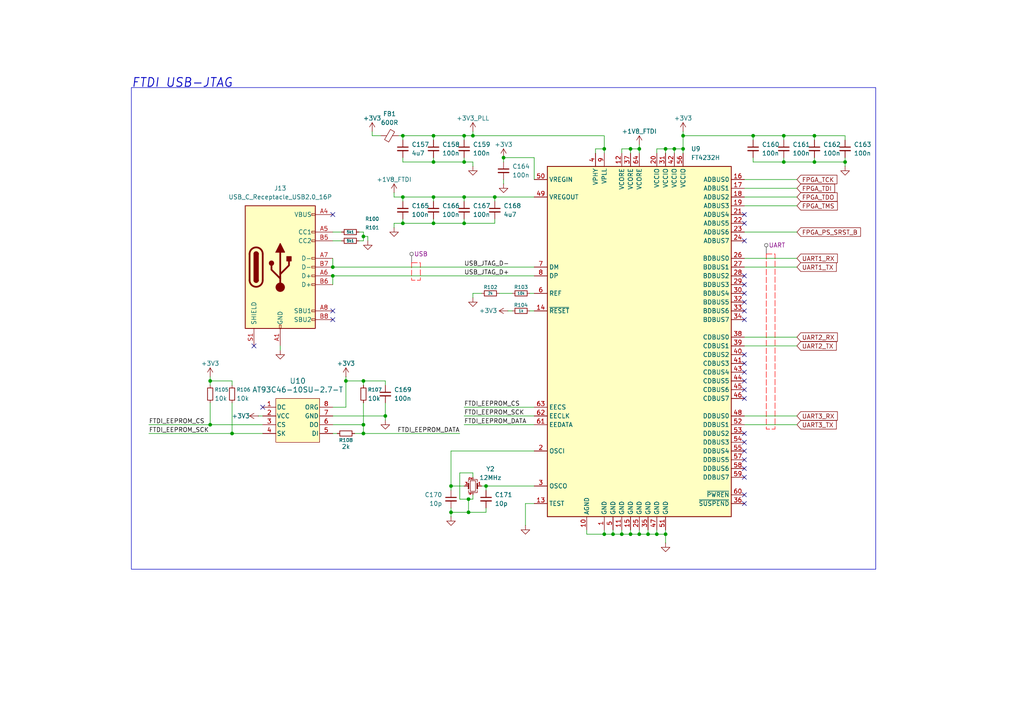
<source format=kicad_sch>
(kicad_sch (version 20250114) (generator "eeschema") (generator_version "9.0")
  (paper "A4")
  (title_block (title "FPGA Zynq7000 Dev Board") (date "2025-07-10") (rev "A"))
  (lib_symbols
    (symbol "Connector:USB_C_Receptacle_USB2.0_16P" (pin_names (offset 1.016))
      (property "Reference" "J" (at 0 22.225 0))
      (property "Value" "USB_C_Receptacle_USB2.0_16P" (at 0 19.685 0))
      (symbol "USB_C_Receptacle_USB2.0_16P_0_0"
        (rectangle (start -0.254 -17.78) (end 0.254 -16.764))
        (rectangle (start 10.16 15.494) (end 9.144 14.986))
        (rectangle (start 10.16 10.414) (end 9.144 9.906))
        (rectangle (start 10.16 7.874) (end 9.144 7.366))
        (rectangle (start 10.16 2.794) (end 9.144 2.286))
        (rectangle (start 10.16 0.254) (end 9.144 -0.254))
        (rectangle (start 10.16 -2.286) (end 9.144 -2.794))
        (rectangle (start 10.16 -4.826) (end 9.144 -5.334))
        (rectangle (start 10.16 -12.446) (end 9.144 -12.954))
        (rectangle (start 10.16 -14.986) (end 9.144 -15.494))
      )
      (symbol "USB_C_Receptacle_USB2.0_16P_0_1"
        (rectangle (start -10.16 17.78) (end 10.16 -17.78) (stroke (width 0.254)) (fill (type background)))
        (polyline (pts (xy -8.89 -3.81) (xy -8.89 3.81)) (stroke (width 0.508)))
        (rectangle (start -7.62 -3.81) (end -6.35 3.81) (stroke (width 0.254)) (fill (type outline)))
        (arc (start -7.62 3.81) (mid -6.985 4.4423) (end -6.35 3.81) (stroke (width 0.254)))
        (arc (start -7.62 3.81) (mid -6.985 4.4423) (end -6.35 3.81) (stroke (width 0.254)) (fill (type outline)))
        (arc (start -8.89 3.81) (mid -6.985 5.7067) (end -5.08 3.81) (stroke (width 0.508)))
        (arc (start -5.08 -3.81) (mid -6.985 -5.7067) (end -8.89 -3.81) (stroke (width 0.508)))
        (arc (start -6.35 -3.81) (mid -6.985 -4.4423) (end -7.62 -3.81) (stroke (width 0.254)))
        (arc (start -6.35 -3.81) (mid -6.985 -4.4423) (end -7.62 -3.81) (stroke (width 0.254)) (fill (type outline)))
        (polyline (pts (xy -5.08 3.81) (xy -5.08 -3.81)) (stroke (width 0.508)))
        (circle (center -2.54 1.143) (radius 0.635) (stroke (width 0.254)) (fill (type outline)))
        (polyline (pts (xy -1.27 4.318) (xy 0 6.858) (xy 1.27 4.318) (xy -1.27 4.318)) (stroke (width 0.254)) (fill (type outline)))
        (polyline (pts (xy 0 -2.032) (xy 2.54 0.508) (xy 2.54 1.778)) (stroke (width 0.508)))
        (polyline (pts (xy 0 -3.302) (xy -2.54 -0.762) (xy -2.54 0.508)) (stroke (width 0.508)))
        (polyline (pts (xy 0 -5.842) (xy 0 4.318)) (stroke (width 0.508)))
        (circle (center 0 -5.842) (radius 1.27) (fill (type outline)))
        (rectangle (start 1.905 1.778) (end 3.175 3.048) (stroke (width 0.254)) (fill (type outline)))
      )
      (symbol "USB_C_Receptacle_USB2.0_16P_1_1"
        (pin passive line (at -7.62 -22.86 90) (length 5.08) (name "SHIELD") (number "S1"))
        (pin passive line (at 0 -22.86 90) (length 5.08) (name "GND") (number "A1"))
        (pin passive line (at 0 -22.86 90) (length 5.08) (hide yes) (name "GND") (number "A12"))
        (pin passive line (at 0 -22.86 90) (length 5.08) (hide yes) (name "GND") (number "B1"))
        (pin passive line (at 0 -22.86 90) (length 5.08) (hide yes) (name "GND") (number "B12"))
        (pin passive line (at 15.24 15.24 180) (length 5.08) (name "VBUS") (number "A4"))
        (pin passive line (at 15.24 15.24 180) (length 5.08) (hide yes) (name "VBUS") (number "A9"))
        (pin passive line (at 15.24 15.24 180) (length 5.08) (hide yes) (name "VBUS") (number "B4"))
        (pin passive line (at 15.24 15.24 180) (length 5.08) (hide yes) (name "VBUS") (number "B9"))
        (pin bidirectional line (at 15.24 10.16 180) (length 5.08) (name "CC1") (number "A5"))
        (pin bidirectional line (at 15.24 7.62 180) (length 5.08) (name "CC2") (number "B5"))
        (pin bidirectional line (at 15.24 2.54 180) (length 5.08) (name "D-") (number "A7"))
        (pin bidirectional line (at 15.24 0 180) (length 5.08) (name "D-") (number "B7"))
        (pin bidirectional line (at 15.24 -2.54 180) (length 5.08) (name "D+") (number "A6"))
        (pin bidirectional line (at 15.24 -5.08 180) (length 5.08) (name "D+") (number "B6"))
        (pin bidirectional line (at 15.24 -12.7 180) (length 5.08) (name "SBU1") (number "A8"))
        (pin bidirectional line (at 15.24 -15.24 180) (length 5.08) (name "SBU2") (number "B8"))
      )
    )
    (symbol "Custom:AT93C46-10SU-2.7-T" (pin_names (offset 0.254))
      (property "Reference" "U" (at 0.508 1.778 0))
      (property "Value" "AT93C46-10SU-2.7-T" (at 5.588 -14.478 0))
      (symbol "AT93C46-10SU-2.7-T_0_1"
        (pin unspecified line (at -3.81 -2.54 0) (length 3.81) (name "DC") (number "1"))
        (pin power_in line (at -3.81 -5.08 0) (length 3.81) (name "VCC") (number "2"))
        (pin unspecified line (at -3.81 -7.62 0) (length 3.81) (name "CS") (number "3"))
        (pin unspecified line (at -3.81 -10.16 0) (length 3.81) (name "SK") (number "4"))
        (pin unspecified line (at 16.51 -2.54 180) (length 3.81) (name "ORG") (number "8"))
        (pin power_out line (at 16.51 -5.08 180) (length 3.81) (name "GND") (number "7"))
        (pin unspecified line (at 16.51 -7.62 180) (length 3.81) (name "DO") (number "6"))
        (pin unspecified line (at 16.51 -10.16 180) (length 3.81) (name "DI") (number "5"))
      )
      (symbol "AT93C46-10SU-2.7-T_1_1"
        (rectangle (start 0 0) (end 12.7 -12.7) (fill (type background)))
      )
    )
    (symbol "Device:C_Small" (pin_numbers (hide yes)) (pin_names (offset 0.254) (hide yes))
      (property "Reference" "C" (at 0.254 1.778 0))
      (property "Value" "C_Small" (at 0.254 -2.032 0))
      (symbol "C_Small_0_1"
        (polyline (pts (xy -1.524 0.508) (xy 1.524 0.508)) (stroke (width 0.3048)))
        (polyline (pts (xy -1.524 -0.508) (xy 1.524 -0.508)) (stroke (width 0.3302)))
      )
      (symbol "C_Small_1_1"
        (pin passive line (at 0 2.54 270) (length 2.032) (name "~") (number "1"))
        (pin passive line (at 0 -2.54 90) (length 2.032) (name "~") (number "2"))
      )
    )
    (symbol "Device:Crystal_GND24_Small" (pin_names (offset 1.016) (hide yes))
      (property "Reference" "Y" (at 1.27 4.445 0))
      (property "Value" "Crystal_GND24_Small" (at 1.27 2.54 0))
      (symbol "Crystal_GND24_Small_0_1"
        (polyline (pts (xy -1.27 1.27) (xy -1.27 1.905) (xy 1.27 1.905) (xy 1.27 1.27)))
        (polyline (pts (xy -1.27 -0.762) (xy -1.27 0.762)) (stroke (width 0.381)))
        (polyline (pts (xy -1.27 -1.27) (xy -1.27 -1.905) (xy 1.27 -1.905) (xy 1.27 -1.27)))
        (rectangle (start -0.762 -1.524) (end 0.762 1.524))
        (polyline (pts (xy 1.27 -0.762) (xy 1.27 0.762)) (stroke (width 0.381)))
      )
      (symbol "Crystal_GND24_Small_1_1"
        (pin passive line (at -2.54 0 0) (length 1.27) (name "1") (number "1"))
        (pin passive line (at 0 2.54 270) (length 0.635) (name "4") (number "4"))
        (pin passive line (at 0 -2.54 90) (length 0.635) (name "2") (number "2"))
        (pin passive line (at 2.54 0 180) (length 1.27) (name "3") (number "3"))
      )
    )
    (symbol "Device:FerriteBead_Small" (pin_numbers (hide yes)) (pin_names (offset 0))
      (property "Reference" "FB" (at 1.905 1.27 0))
      (property "Value" "FerriteBead_Small" (at 1.905 -1.27 0))
      (symbol "FerriteBead_Small_0_1"
        (polyline (pts (xy -1.8288 0.2794) (xy -1.1176 1.4986) (xy 1.8288 -0.2032) (xy 1.1176 -1.4224) (xy -1.8288 0.2794)))
        (polyline (pts (xy 0 0.889) (xy 0 1.2954)))
        (polyline (pts (xy 0 -1.27) (xy 0 -0.7874)))
      )
      (symbol "FerriteBead_Small_1_1"
        (pin passive line (at 0 2.54 270) (length 1.27) (name "~") (number "1"))
        (pin passive line (at 0 -2.54 90) (length 1.27) (name "~") (number "2"))
      )
    )
    (symbol "Device:R_Small" (pin_numbers (hide yes)) (pin_names (offset 0.254) (hide yes))
      (property "Reference" "R" (at 0 0 90))
      (property "Value" "R_Small" (at 1.778 0 90))
      (symbol "R_Small_0_1"
        (rectangle (start -0.762 1.778) (end 0.762 -1.778) (stroke (width 0.2032)))
      )
      (symbol "R_Small_1_1"
        (pin passive line (at 0 2.54 270) (length 0.762) (name "~") (number "1"))
        (pin passive line (at 0 -2.54 90) (length 0.762) (name "~") (number "2"))
      )
    )
    (symbol "Interface_USB:FT4232H"
      (property "Reference" "U" (at -26.67 53.34 0))
      (property "Value" "FT4232H" (at 19.05 53.34 0))
      (symbol "FT4232H_0_1"
        (rectangle (start -26.67 -49.53) (end 26.67 52.07) (stroke (width 0.254)) (fill (type background)))
      )
      (symbol "FT4232H_1_1"
        (pin power_in line (at -30.48 48.26 0) (length 3.81) (name "VREGIN") (number "50"))
        (pin power_out line (at -30.48 43.18 0) (length 3.81) (name "VREGOUT") (number "49"))
        (pin bidirectional line (at -30.48 22.86 0) (length 3.81) (name "DM") (number "7"))
        (pin bidirectional line (at -30.48 20.32 0) (length 3.81) (name "DP") (number "8"))
        (pin input line (at -30.48 15.24 0) (length 3.81) (name "REF") (number "6"))
        (pin input line (at -30.48 10.16 0) (length 3.81) (name "~{RESET}") (number "14"))
        (pin output line (at -30.48 -17.78 0) (length 3.81) (name "EECS") (number "63"))
        (pin output line (at -30.48 -20.32 0) (length 3.81) (name "EECLK") (number "62"))
        (pin bidirectional line (at -30.48 -22.86 0) (length 3.81) (name "EEDATA") (number "61"))
        (pin input line (at -30.48 -30.48 0) (length 3.81) (name "OSCI") (number "2"))
        (pin output line (at -30.48 -40.64 0) (length 3.81) (name "OSCO") (number "3"))
        (pin input line (at -30.48 -45.72 0) (length 3.81) (name "TEST") (number "13"))
        (pin power_in line (at -15.24 -53.34 90) (length 3.81) (name "AGND") (number "10"))
        (pin power_in line (at -12.7 55.88 270) (length 3.81) (name "VPHY") (number "4"))
        (pin power_in line (at -10.16 55.88 270) (length 3.81) (name "VPLL") (number "9"))
        (pin power_in line (at -10.16 -53.34 90) (length 3.81) (name "GND") (number "1"))
        (pin power_in line (at -7.62 -53.34 90) (length 3.81) (name "GND") (number "5"))
        (pin power_in line (at -5.08 55.88 270) (length 3.81) (name "VCORE") (number "12"))
        (pin power_in line (at -5.08 -53.34 90) (length 3.81) (name "GND") (number "11"))
        (pin power_in line (at -2.54 55.88 270) (length 3.81) (name "VCORE") (number "37"))
        (pin power_in line (at -2.54 -53.34 90) (length 3.81) (name "GND") (number "15"))
        (pin power_in line (at 0 55.88 270) (length 3.81) (name "VCORE") (number "64"))
        (pin power_in line (at 0 -53.34 90) (length 3.81) (name "GND") (number "25"))
        (pin power_in line (at 2.54 -53.34 90) (length 3.81) (name "GND") (number "35"))
        (pin power_in line (at 5.08 55.88 270) (length 3.81) (name "VCCIO") (number "20"))
        (pin power_in line (at 5.08 -53.34 90) (length 3.81) (name "GND") (number "47"))
        (pin power_in line (at 7.62 55.88 270) (length 3.81) (name "VCCIO") (number "31"))
        (pin power_in line (at 7.62 -53.34 90) (length 3.81) (name "GND") (number "51"))
        (pin power_in line (at 10.16 55.88 270) (length 3.81) (name "VCCIO") (number "42"))
        (pin power_in line (at 12.7 55.88 270) (length 3.81) (name "VCCIO") (number "56"))
        (pin bidirectional line (at 30.48 48.26 180) (length 3.81) (name "ADBUS0") (number "16"))
        (pin bidirectional line (at 30.48 45.72 180) (length 3.81) (name "ADBUS1") (number "17"))
        (pin bidirectional line (at 30.48 43.18 180) (length 3.81) (name "ADBUS2") (number "18"))
        (pin bidirectional line (at 30.48 40.64 180) (length 3.81) (name "ADBUS3") (number "19"))
        (pin bidirectional line (at 30.48 38.1 180) (length 3.81) (name "ADBUS4") (number "21"))
        (pin bidirectional line (at 30.48 35.56 180) (length 3.81) (name "ADBUS5") (number "22"))
        (pin bidirectional line (at 30.48 33.02 180) (length 3.81) (name "ADBUS6") (number "23"))
        (pin bidirectional line (at 30.48 30.48 180) (length 3.81) (name "ADBUS7") (number "24"))
        (pin bidirectional line (at 30.48 25.4 180) (length 3.81) (name "BDBUS0") (number "26"))
        (pin bidirectional line (at 30.48 22.86 180) (length 3.81) (name "BDBUS1") (number "27"))
        (pin bidirectional line (at 30.48 20.32 180) (length 3.81) (name "BDBUS2") (number "28"))
        (pin bidirectional line (at 30.48 17.78 180) (length 3.81) (name "BDBUS3") (number "29"))
        (pin bidirectional line (at 30.48 15.24 180) (length 3.81) (name "BDBUS4") (number "30"))
        (pin bidirectional line (at 30.48 12.7 180) (length 3.81) (name "BDBUS5") (number "32"))
        (pin bidirectional line (at 30.48 10.16 180) (length 3.81) (name "BDBUS6") (number "33"))
        (pin bidirectional line (at 30.48 7.62 180) (length 3.81) (name "BDBUS7") (number "34"))
        (pin bidirectional line (at 30.48 2.54 180) (length 3.81) (name "CDBUS0") (number "38"))
        (pin bidirectional line (at 30.48 0 180) (length 3.81) (name "CDBUS1") (number "39"))
        (pin bidirectional line (at 30.48 -2.54 180) (length 3.81) (name "CDBUS2") (number "40"))
        (pin bidirectional line (at 30.48 -5.08 180) (length 3.81) (name "CDBUS3") (number "41"))
        (pin bidirectional line (at 30.48 -7.62 180) (length 3.81) (name "CDBUS4") (number "43"))
        (pin bidirectional line (at 30.48 -10.16 180) (length 3.81) (name "CDBUS5") (number "44"))
        (pin bidirectional line (at 30.48 -12.7 180) (length 3.81) (name "CDBUS6") (number "45"))
        (pin bidirectional line (at 30.48 -15.24 180) (length 3.81) (name "CDBUS7") (number "46"))
        (pin bidirectional line (at 30.48 -20.32 180) (length 3.81) (name "DDBUS0") (number "48"))
        (pin bidirectional line (at 30.48 -22.86 180) (length 3.81) (name "DDBUS1") (number "52"))
        (pin bidirectional line (at 30.48 -25.4 180) (length 3.81) (name "DDBUS2") (number "53"))
        (pin bidirectional line (at 30.48 -27.94 180) (length 3.81) (name "DDBUS3") (number "54"))
        (pin bidirectional line (at 30.48 -30.48 180) (length 3.81) (name "DDBUS4") (number "55"))
        (pin bidirectional line (at 30.48 -33.02 180) (length 3.81) (name "DDBUS5") (number "57"))
        (pin bidirectional line (at 30.48 -35.56 180) (length 3.81) (name "DDBUS6") (number "58"))
        (pin bidirectional line (at 30.48 -38.1 180) (length 3.81) (name "DDBUS7") (number "59"))
        (pin output line (at 30.48 -43.18 180) (length 3.81) (name "~{PWREN}") (number "60"))
        (pin output line (at 30.48 -45.72 180) (length 3.81) (name "~{SUSPEND}") (number "36"))
      )
    )
    (symbol "power:+1V8" (power) (pin_numbers (hide yes)) (pin_names (offset 0) (hide yes))
      (property "Value" "+1V8" (at 0 3.556 0))
      (symbol "+1V8_0_1"
        (polyline (pts (xy -0.762 1.27) (xy 0 2.54)))
        (polyline (pts (xy 0 2.54) (xy 0.762 1.27)))
        (polyline (pts (xy 0 0) (xy 0 2.54)))
      )
      (symbol "+1V8_1_1"
        (pin power_in line (at 0 0 90) (length 0) (name "~") (number "1"))
      )
    )
    (symbol "power:+3V3" (power) (pin_numbers (hide yes)) (pin_names (offset 0) (hide yes))
      (property "Value" "+3V3" (at 0 3.556 0))
      (symbol "+3V3_0_1"
        (polyline (pts (xy -0.762 1.27) (xy 0 2.54)))
        (polyline (pts (xy 0 2.54) (xy 0.762 1.27)))
        (polyline (pts (xy 0 0) (xy 0 2.54)))
      )
      (symbol "+3V3_1_1"
        (pin power_in line (at 0 0 90) (length 0) (name "~") (number "1"))
      )
    )
    (symbol "power:GND" (power) (pin_numbers (hide yes)) (pin_names (offset 0) (hide yes))
      (property "Value" "GND" (at 0 -3.81 0))
      (symbol "GND_0_1"
        (polyline (pts (xy 0 0) (xy 0 -1.27) (xy 1.27 -1.27) (xy 0 -2.54) (xy -1.27 -1.27) (xy 0 -1.27)))
      )
      (symbol "GND_1_1"
        (pin power_in line (at 0 0 270) (length 0) (name "~") (number "1"))
      )
    )
  )
  (rectangle (start 38.1 25.4) (end 254 165.1))
  (text "FTDI USB-JTAG" (at 38.1 24.13 0) (effects (font (size 2.54 2.54) (thickness 0.254) (bold yes) (italic yes)) (justify left)))
  (junction (at 96.52 80.01))
  (junction (at 125.73 57.15))
  (junction (at 96.52 77.47))
  (junction (at 135.89 144.78))
  (junction (at 137.16 39.37))
  (junction (at 140.97 140.97))
  (junction (at 143.51 57.15))
  (junction (at 185.42 154.94))
  (junction (at 185.42 43.18))
  (junction (at 175.26 43.18))
  (junction (at 190.5 154.94))
  (junction (at 180.34 154.94))
  (junction (at 125.73 39.37))
  (junction (at 125.73 64.77))
  (junction (at 245.11 46.99))
  (junction (at 116.84 64.77))
  (junction (at 125.73 46.99))
  (junction (at 116.84 57.15))
  (junction (at 227.33 46.99))
  (junction (at 111.76 120.65))
  (junction (at 218.44 39.37))
  (junction (at 175.26 154.94))
  (junction (at 60.96 110.49))
  (junction (at 182.88 154.94))
  (junction (at 135.89 148.59))
  (junction (at 116.84 39.37))
  (junction (at 60.96 123.19))
  (junction (at 130.81 148.59))
  (junction (at 198.12 43.18))
  (junction (at 130.81 140.97))
  (junction (at 105.41 125.73))
  (junction (at 187.96 154.94))
  (junction (at 177.8 154.94))
  (junction (at 146.05 45.72))
  (junction (at 193.04 43.18))
  (junction (at 134.62 46.99))
  (junction (at 193.04 154.94))
  (junction (at 100.33 110.49))
  (junction (at 105.41 110.49))
  (junction (at 134.62 39.37))
  (junction (at 198.12 39.37))
  (junction (at 182.88 43.18))
  (junction (at 105.41 123.19))
  (junction (at 195.58 43.18))
  (junction (at 236.22 39.37))
  (junction (at 134.62 57.15))
  (junction (at 227.33 39.37))
  (junction (at 236.22 46.99))
  (junction (at 67.31 125.73))
  (junction (at 105.41 68.58))
  (junction (at 134.62 64.77))
  (no_connect (at 215.9 115.57))
  (no_connect (at 215.9 113.03))
  (no_connect (at 73.66 100.33))
  (no_connect (at 215.9 82.55))
  (no_connect (at 215.9 105.41))
  (no_connect (at 215.9 62.23))
  (no_connect (at 215.9 143.51))
  (no_connect (at 215.9 130.81))
  (no_connect (at 215.9 69.85))
  (no_connect (at 96.52 92.71))
  (no_connect (at 215.9 146.05))
  (no_connect (at 215.9 107.95))
  (no_connect (at 215.9 102.87))
  (no_connect (at 215.9 135.89))
  (no_connect (at 215.9 85.09))
  (no_connect (at 215.9 110.49))
  (no_connect (at 96.52 90.17))
  (no_connect (at 215.9 133.35))
  (no_connect (at 76.2 118.11))
  (no_connect (at 215.9 87.63))
  (no_connect (at 215.9 92.71))
  (no_connect (at 215.9 80.01))
  (no_connect (at 215.9 125.73))
  (no_connect (at 215.9 90.17))
  (no_connect (at 215.9 64.77))
  (no_connect (at 215.9 128.27))
  (no_connect (at 215.9 138.43))
  (no_connect (at 96.52 62.23))
  (wire (pts (xy 154.94 130.81) (xy 130.81 130.81)))
  (wire (pts (xy 105.41 125.73) (xy 102.87 125.73)))
  (wire (pts (xy 245.11 46.99) (xy 245.11 45.72)))
  (wire (pts (xy 175.26 154.94) (xy 177.8 154.94)))
  (wire (pts (xy 231.14 57.15) (xy 215.9 57.15)))
  (wire (pts (xy 100.33 110.49) (xy 105.41 110.49)))
  (wire (pts (xy 143.51 57.15) (xy 154.94 57.15)))
  (wire (pts (xy 60.96 116.84) (xy 60.96 123.19)))
  (wire (pts (xy 245.11 39.37) (xy 236.22 39.37)))
  (wire (pts (xy 172.72 43.18) (xy 172.72 44.45)))
  (wire (pts (xy 195.58 43.18) (xy 195.58 44.45)))
  (wire (pts (xy 180.34 43.18) (xy 180.34 44.45)))
  (wire (pts (xy 137.16 39.37) (xy 175.26 39.37)))
  (wire (pts (xy 104.14 69.85) (xy 105.41 69.85)))
  (wire (pts (xy 143.51 64.77) (xy 143.51 63.5)))
  (wire (pts (xy 218.44 45.72) (xy 218.44 46.99)))
  (wire (pts (xy 105.41 110.49) (xy 111.76 110.49)))
  (wire (pts (xy 116.84 39.37) (xy 116.84 40.64)))
  (wire (pts (xy 187.96 154.94) (xy 190.5 154.94)))
  (wire (pts (xy 76.2 120.65) (xy 74.93 120.65)))
  (wire (pts (xy 153.67 85.09) (xy 154.94 85.09)))
  (wire (pts (xy 96.52 120.65) (xy 111.76 120.65)))
  (wire (pts (xy 218.44 46.99) (xy 227.33 46.99)))
  (wire (pts (xy 185.42 43.18) (xy 182.88 43.18)))
  (wire (pts (xy 106.68 68.58) (xy 105.41 68.58)))
  (wire (pts (xy 231.14 59.69) (xy 215.9 59.69)))
  (wire (pts (xy 185.42 44.45) (xy 185.42 43.18)))
  (wire (pts (xy 170.18 154.94) (xy 175.26 154.94)))
  (wire (pts (xy 193.04 153.67) (xy 193.04 154.94)))
  (wire (pts (xy 133.35 137.16) (xy 137.16 137.16)))
  (wire (pts (xy 180.34 153.67) (xy 180.34 154.94)))
  (wire (pts (xy 134.62 64.77) (xy 143.51 64.77)))
  (wire (pts (xy 190.5 154.94) (xy 193.04 154.94)))
  (wire (pts (xy 130.81 140.97) (xy 130.81 142.24)))
  (wire (pts (xy 125.73 64.77) (xy 134.62 64.77)))
  (wire (pts (xy 130.81 130.81) (xy 130.81 140.97)))
  (wire (pts (xy 231.14 77.47) (xy 215.9 77.47)))
  (wire (pts (xy 134.62 120.65) (xy 154.94 120.65)))
  (wire (pts (xy 215.9 120.65) (xy 231.14 120.65)))
  (wire (pts (xy 134.62 39.37) (xy 134.62 40.64)))
  (wire (pts (xy 245.11 40.64) (xy 245.11 39.37)))
  (wire (pts (xy 175.26 43.18) (xy 172.72 43.18)))
  (wire (pts (xy 134.62 45.72) (xy 134.62 46.99)))
  (wire (pts (xy 143.51 57.15) (xy 143.51 58.42)))
  (wire (pts (xy 182.88 153.67) (xy 182.88 154.94)))
  (wire (pts (xy 67.31 116.84) (xy 67.31 125.73)))
  (wire (pts (xy 182.88 43.18) (xy 182.88 44.45)))
  (wire (pts (xy 175.26 43.18) (xy 175.26 44.45)))
  (wire (pts (xy 146.05 52.07) (xy 146.05 53.34)))
  (wire (pts (xy 116.84 63.5) (xy 116.84 64.77)))
  (wire (pts (xy 114.3 57.15) (xy 116.84 57.15)))
  (wire (pts (xy 146.05 45.72) (xy 146.05 46.99)))
  (wire (pts (xy 198.12 39.37) (xy 218.44 39.37)))
  (wire (pts (xy 215.9 123.19) (xy 231.14 123.19)))
  (wire (pts (xy 195.58 43.18) (xy 193.04 43.18)))
  (wire (pts (xy 135.89 148.59) (xy 140.97 148.59)))
  (wire (pts (xy 111.76 116.84) (xy 111.76 120.65)))
  (wire (pts (xy 236.22 45.72) (xy 236.22 46.99)))
  (wire (pts (xy 125.73 40.64) (xy 125.73 39.37)))
  (wire (pts (xy 130.81 148.59) (xy 135.89 148.59)))
  (wire (pts (xy 100.33 118.11) (xy 96.52 118.11)))
  (wire (pts (xy 116.84 39.37) (xy 125.73 39.37)))
  (wire (pts (xy 130.81 147.32) (xy 130.81 148.59)))
  (wire (pts (xy 125.73 39.37) (xy 134.62 39.37)))
  (wire (pts (xy 193.04 43.18) (xy 190.5 43.18)))
  (wire (pts (xy 227.33 46.99) (xy 236.22 46.99)))
  (wire (pts (xy 137.16 138.43) (xy 137.16 137.16)))
  (wire (pts (xy 81.28 100.33) (xy 81.28 101.6)))
  (wire (pts (xy 134.62 63.5) (xy 134.62 64.77)))
  (wire (pts (xy 198.12 43.18) (xy 195.58 43.18)))
  (wire (pts (xy 140.97 147.32) (xy 140.97 148.59)))
  (wire (pts (xy 215.9 97.79) (xy 231.14 97.79)))
  (wire (pts (xy 96.52 125.73) (xy 97.79 125.73)))
  (wire (pts (xy 96.52 80.01) (xy 96.52 82.55)))
  (wire (pts (xy 67.31 125.73) (xy 76.2 125.73)))
  (wire (pts (xy 134.62 118.11) (xy 154.94 118.11)))
  (wire (pts (xy 105.41 125.73) (xy 133.35 125.73)))
  (wire (pts (xy 107.95 38.1) (xy 107.95 39.37)))
  (wire (pts (xy 182.88 154.94) (xy 185.42 154.94)))
  (wire (pts (xy 115.57 39.37) (xy 116.84 39.37)))
  (wire (pts (xy 135.89 144.78) (xy 135.89 148.59)))
  (wire (pts (xy 96.52 123.19) (xy 105.41 123.19)))
  (wire (pts (xy 125.73 57.15) (xy 125.73 58.42)))
  (wire (pts (xy 185.42 153.67) (xy 185.42 154.94)))
  (wire (pts (xy 231.14 74.93) (xy 215.9 74.93)))
  (wire (pts (xy 137.16 143.51) (xy 137.16 144.78)))
  (wire (pts (xy 193.04 43.18) (xy 193.04 44.45)))
  (wire (pts (xy 144.78 85.09) (xy 148.59 85.09)))
  (wire (pts (xy 104.14 67.31) (xy 105.41 67.31)))
  (wire (pts (xy 111.76 110.49) (xy 111.76 111.76)))
  (wire (pts (xy 96.52 77.47) (xy 154.94 77.47)))
  (wire (pts (xy 60.96 123.19) (xy 76.2 123.19)))
  (wire (pts (xy 140.97 140.97) (xy 154.94 140.97)))
  (wire (pts (xy 67.31 110.49) (xy 67.31 111.76)))
  (wire (pts (xy 137.16 46.99) (xy 137.16 48.26)))
  (wire (pts (xy 133.35 137.16) (xy 133.35 144.78)))
  (wire (pts (xy 125.73 57.15) (xy 134.62 57.15)))
  (wire (pts (xy 236.22 46.99) (xy 245.11 46.99)))
  (wire (pts (xy 153.67 90.17) (xy 154.94 90.17)))
  (wire (pts (xy 236.22 39.37) (xy 227.33 39.37)))
  (wire (pts (xy 60.96 110.49) (xy 67.31 110.49)))
  (wire (pts (xy 187.96 153.67) (xy 187.96 154.94)))
  (wire (pts (xy 96.52 74.93) (xy 96.52 77.47)))
  (wire (pts (xy 116.84 64.77) (xy 125.73 64.77)))
  (wire (pts (xy 137.16 86.36) (xy 137.16 85.09)))
  (wire (pts (xy 96.52 69.85) (xy 99.06 69.85)))
  (wire (pts (xy 105.41 68.58) (xy 105.41 67.31)))
  (wire (pts (xy 227.33 40.64) (xy 227.33 39.37)))
  (wire (pts (xy 134.62 57.15) (xy 143.51 57.15)))
  (wire (pts (xy 116.84 46.99) (xy 116.84 45.72)))
  (wire (pts (xy 134.62 57.15) (xy 134.62 58.42)))
  (wire (pts (xy 105.41 110.49) (xy 105.41 111.76)))
  (wire (pts (xy 60.96 109.22) (xy 60.96 110.49)))
  (wire (pts (xy 111.76 120.65) (xy 111.76 121.92)))
  (wire (pts (xy 43.18 125.73) (xy 67.31 125.73)))
  (wire (pts (xy 125.73 45.72) (xy 125.73 46.99)))
  (wire (pts (xy 190.5 44.45) (xy 190.5 43.18)))
  (wire (pts (xy 177.8 154.94) (xy 180.34 154.94)))
  (wire (pts (xy 198.12 39.37) (xy 198.12 43.18)))
  (wire (pts (xy 190.5 153.67) (xy 190.5 154.94)))
  (wire (pts (xy 231.14 54.61) (xy 215.9 54.61)))
  (wire (pts (xy 227.33 45.72) (xy 227.33 46.99)))
  (wire (pts (xy 175.26 39.37) (xy 175.26 43.18)))
  (wire (pts (xy 60.96 110.49) (xy 60.96 111.76)))
  (wire (pts (xy 154.94 45.72) (xy 154.94 52.07)))
  (wire (pts (xy 139.7 140.97) (xy 140.97 140.97)))
  (wire (pts (xy 185.42 154.94) (xy 187.96 154.94)))
  (wire (pts (xy 107.95 39.37) (xy 110.49 39.37)))
  (wire (pts (xy 134.62 46.99) (xy 125.73 46.99)))
  (wire (pts (xy 152.4 152.4) (xy 152.4 146.05)))
  (wire (pts (xy 180.34 154.94) (xy 182.88 154.94)))
  (wire (pts (xy 218.44 39.37) (xy 227.33 39.37)))
  (wire (pts (xy 236.22 39.37) (xy 236.22 40.64)))
  (wire (pts (xy 231.14 67.31) (xy 215.9 67.31)))
  (wire (pts (xy 116.84 58.42) (xy 116.84 57.15)))
  (wire (pts (xy 137.16 46.99) (xy 134.62 46.99)))
  (wire (pts (xy 100.33 109.22) (xy 100.33 110.49)))
  (wire (pts (xy 137.16 85.09) (xy 139.7 85.09)))
  (wire (pts (xy 105.41 68.58) (xy 105.41 69.85)))
  (wire (pts (xy 137.16 39.37) (xy 137.16 38.1)))
  (wire (pts (xy 245.11 46.99) (xy 245.11 48.26)))
  (wire (pts (xy 193.04 154.94) (xy 193.04 157.48)))
  (wire (pts (xy 130.81 148.59) (xy 130.81 149.86)))
  (wire (pts (xy 152.4 146.05) (xy 154.94 146.05)))
  (wire (pts (xy 100.33 110.49) (xy 100.33 118.11)))
  (wire (pts (xy 135.89 144.78) (xy 137.16 144.78)))
  (wire (pts (xy 170.18 153.67) (xy 170.18 154.94)))
  (wire (pts (xy 175.26 153.67) (xy 175.26 154.94)))
  (wire (pts (xy 96.52 80.01) (xy 154.94 80.01)))
  (wire (pts (xy 133.35 144.78) (xy 135.89 144.78)))
  (wire (pts (xy 185.42 41.91) (xy 185.42 43.18)))
  (wire (pts (xy 125.73 63.5) (xy 125.73 64.77)))
  (wire (pts (xy 134.62 123.19) (xy 154.94 123.19)))
  (wire (pts (xy 182.88 43.18) (xy 180.34 43.18)))
  (wire (pts (xy 147.32 90.17) (xy 148.59 90.17)))
  (wire (pts (xy 154.94 45.72) (xy 146.05 45.72)))
  (wire (pts (xy 130.81 140.97) (xy 134.62 140.97)))
  (wire (pts (xy 116.84 57.15) (xy 125.73 57.15)))
  (wire (pts (xy 137.16 39.37) (xy 134.62 39.37)))
  (wire (pts (xy 105.41 123.19) (xy 105.41 125.73)))
  (wire (pts (xy 198.12 38.1) (xy 198.12 39.37)))
  (wire (pts (xy 198.12 43.18) (xy 198.12 44.45)))
  (wire (pts (xy 231.14 52.07) (xy 215.9 52.07)))
  (wire (pts (xy 106.68 69.85) (xy 106.68 68.58)))
  (wire (pts (xy 140.97 140.97) (xy 140.97 142.24)))
  (wire (pts (xy 114.3 64.77) (xy 116.84 64.77)))
  (wire (pts (xy 96.52 67.31) (xy 99.06 67.31)))
  (wire (pts (xy 114.3 55.88) (xy 114.3 57.15)))
  (wire (pts (xy 43.18 123.19) (xy 60.96 123.19)))
  (wire (pts (xy 105.41 116.84) (xy 105.41 123.19)))
  (wire (pts (xy 215.9 100.33) (xy 231.14 100.33)))
  (wire (pts (xy 177.8 153.67) (xy 177.8 154.94)))
  (wire (pts (xy 114.3 64.77) (xy 114.3 66.04)))
  (wire (pts (xy 218.44 40.64) (xy 218.44 39.37)))
  (wire (pts (xy 116.84 46.99) (xy 125.73 46.99)))
  (label "USB_JTAG_D-" (at 134.62 77.47 0))
  (label "FTDI_EEPROM_SCK" (at 134.62 120.65 0))
  (label "FTDI_EEPROM_DATA" (at 134.62 123.19 0))
  (label "USB_JTAG_D+" (at 134.62 80.01 0))
  (label "FTDI_EEPROM_SCK" (at 43.18 125.73 0))
  (label "FTDI_EEPROM_DATA" (at 133.35 125.73 180))
  (label "FTDI_EEPROM_CS" (at 134.62 118.11 0))
  (label "FTDI_EEPROM_CS" (at 43.18 123.19 0))
  (global_label "FPGA_TDO" (shape input) (at 231.14 57.15 0) (property "Intersheetrefs" "${INTERSHEET_REFS}" (effects (hide yes))))
  (global_label "FPGA_PS_SRST_B" (shape input) (at 231.14 67.31 0) (property "Intersheetrefs" "${INTERSHEET_REFS}" (effects (hide yes))))
  (global_label "UART1_TX" (shape input) (at 231.14 77.47 0) (property "Intersheetrefs" "${INTERSHEET_REFS}" (effects (hide yes))))
  (global_label "UART2_TX" (shape input) (at 231.14 100.33 0) (property "Intersheetrefs" "${INTERSHEET_REFS}" (effects (hide yes))))
  (global_label "UART1_RX" (shape input) (at 231.14 74.93 0) (property "Intersheetrefs" "${INTERSHEET_REFS}" (effects (hide yes))))
  (global_label "UART3_TX" (shape input) (at 231.14 123.19 0) (property "Intersheetrefs" "${INTERSHEET_REFS}" (effects (hide yes))))
  (global_label "UART3_RX" (shape input) (at 231.14 120.65 0) (property "Intersheetrefs" "${INTERSHEET_REFS}" (effects (hide yes))))
  (global_label "FPGA_TDI" (shape input) (at 231.14 54.61 0) (property "Intersheetrefs" "${INTERSHEET_REFS}" (effects (hide yes))))
  (global_label "UART2_RX" (shape input) (at 231.14 97.79 0) (property "Intersheetrefs" "${INTERSHEET_REFS}" (effects (hide yes))))
  (global_label "FPGA_TCK" (shape input) (at 231.14 52.07 0) (property "Intersheetrefs" "${INTERSHEET_REFS}" (effects (hide yes))))
  (global_label "FPGA_TMS" (shape input) (at 231.14 59.69 0) (property "Intersheetrefs" "${INTERSHEET_REFS}" (effects (hide yes))))
  (rule_area (polyline (pts (xy 222.25 73.66) (xy 224.79 73.66) (xy 224.79 124.46) (xy 222.25 124.46)) (stroke (width 0) (type dash))))
  (rule_area (polyline (pts (xy 119.38 76.2) (xy 121.92 76.2) (xy 121.92 81.28) (xy 119.38 81.28)) (stroke (width 0) (type dash))))
  (netclass_flag "" (length 2.54) (shape round) (at 222.25 73.66 0) (property "Netclass" "UART" (at 222.9485 71.12 0) (effects (justify left))))
  (netclass_flag "" (length 2.54) (shape round) (at 119.38 76.2 0) (property "Netclass" "USB" (at 120.0785 73.66 0) (effects (justify left))))
  (symbol (lib_id "Device:R_Small") (at 100.33 125.73 270) (unit 1)
    (property "Reference" "R108" (at 100.3413 127.6689 90) (effects (font (size 1.016 1.016))))
    (property "Value" "2k" (at 100.33 129.54 90))
    (property "Footprint" "Resistor_SMD:R_0402_1005Metric" (effects (hide yes)))
    (property "Description" "Resistor, small symbol" (effects (hide yes)))
  )
  (symbol (lib_id "power:GND") (at 193.04 157.48 0) (unit 1)
    (property "Reference" "#PWR0236" (effects (hide yes)))
    (property "Value" "GND" (effects (hide yes)))
    (property "Description" "Power symbol creates a global label with name \"GND\" , ground" (effects (hide yes)))
  )
  (symbol (lib_id "power:GND") (at 137.16 48.26 0) (unit 1)
    (property "Reference" "#PWR0218" (effects (hide yes)))
    (property "Value" "GND" (effects (hide yes)))
    (property "Description" "Power symbol creates a global label with name \"GND\" , ground" (effects (hide yes)))
  )
  (symbol (lib_id "power:+1V8") (at 146.05 45.72 0) (unit 1)
    (property "Reference" "#PWR0222" (effects (hide yes)))
    (property "Value" "+3V3" (at 146.05 41.91 0))
    (property "Description" "Power symbol creates a global label with name \"+1V8\"" (effects (hide yes)))
  )
  (symbol (lib_id "Device:R_Small") (at 142.24 85.09 270) (unit 1)
    (property "Reference" "R102" (at 142.2665 83.31 90) (effects (font (size 1.016 1.016))))
    (property "Value" "2k" (at 142.24 85.09 90) (effects (font (size 0.762 0.762))))
    (property "Footprint" "Resistor_SMD:R_0402_1005Metric" (effects (hide yes)))
    (property "Description" "Resistor, small symbol" (effects (hide yes)))
  )
  (symbol (lib_id "Device:C_Small") (at 140.97 144.78 0) (unit 1)
    (property "Reference" "C171" (at 143.51 143.5162 0) (effects (justify left)))
    (property "Value" "10p" (at 143.51 146.0562 0) (effects (justify left)))
    (property "Footprint" "Capacitor_SMD:C_0402_1005Metric" (effects (hide yes)))
    (property "Description" "Unpolarized capacitor, small symbol" (effects (hide yes)))
  )
  (symbol (lib_id "power:GND") (at 81.28 101.6 0) (unit 1)
    (property "Reference" "#PWR0229" (effects (hide yes)))
    (property "Value" "GND" (effects (hide yes)))
    (property "Description" "Power symbol creates a global label with name \"GND\" , ground" (effects (hide yes)))
  )
  (symbol (lib_id "power:GND") (at 114.3 66.04 0) (unit 1)
    (property "Reference" "#PWR0225" (effects (hide yes)))
    (property "Value" "GND" (effects (hide yes)))
    (property "Description" "Power symbol creates a global label with name \"GND\" , ground" (effects (hide yes)))
  )
  (symbol (lib_id "Device:R_Small") (at 101.6 69.85 90) (unit 1)
    (property "Reference" "R101" (at 107.95 66.04 90) (effects (font (size 1.016 1.016))))
    (property "Value" "5k1" (at 101.6 69.85 90) (effects (font (size 0.762 0.762))))
    (property "Footprint" "Resistor_SMD:R_0402_1005Metric" (effects (hide yes)))
    (property "Description" "Resistor, small symbol" (effects (hide yes)))
  )
  (symbol (lib_id "Device:C_Small") (at 130.81 144.78 0) (mirror y) (unit 1)
    (property "Reference" "C170" (at 128.27 143.5162 0) (effects (justify left)))
    (property "Value" "10p" (at 128.27 146.0562 0) (effects (justify left)))
    (property "Footprint" "Capacitor_SMD:C_0402_1005Metric" (effects (hide yes)))
    (property "Description" "Unpolarized capacitor, small symbol" (effects (hide yes)))
  )
  (symbol (lib_id "Device:C_Small") (at 227.33 43.18 0) (unit 1)
    (property "Reference" "C161" (at 229.87 41.9162 0) (effects (justify left)))
    (property "Value" "100n" (at 229.87 44.4562 0) (effects (justify left)))
    (property "Footprint" "Capacitor_SMD:C_0402_1005Metric" (effects (hide yes)))
    (property "Description" "Unpolarized capacitor, small symbol" (effects (hide yes)))
  )
  (symbol (lib_id "Device:FerriteBead_Small") (at 113.03 39.37 90) (unit 1)
    (property "Reference" "FB1" (at 112.9919 33.02 90))
    (property "Value" "600R" (at 112.9919 35.56 90))
    (property "Footprint" "Inductor_SMD:L_0603_1608Metric" (effects (hide yes)))
    (property "Description" "Ferrite bead, small symbol" (effects (hide yes)))
  )
  (symbol (lib_id "Custom:AT93C46-10SU-2.7-T") (at 80.01 115.57 0) (unit 1)
    (property "Reference" "U10" (at 86.36 110.49 0) (effects (font (size 1.524 1.524))))
    (property "Value" "AT93C46-10SU-2.7-T" (at 86.36 113.03 0) (effects (font (size 1.524 1.524))))
    (property "Footprint" "Custom:SOIC8_4P9X3P9MC_MCH" (effects (hide yes)))
    (property "Datasheet" "AT93C46-10SU-2.7-T" (effects (hide yes)))
  )
  (symbol (lib_id "Connector:USB_C_Receptacle_USB2.0_16P") (at 81.28 77.47 0) (unit 1)
    (property "Reference" "J13" (at 81.28 54.61 0))
    (property "Value" "USB_C_Receptacle_USB2.0_16P" (at 81.28 57.15 0))
    (property "Footprint" "Connector_USB:USB_C_Receptacle_GCT_USB4105-xx-A_16P_TopMnt_Horizontal" (effects (hide yes)))
    (property "Datasheet" "https://www.usb.org/sites/default/files/documents/usb_type-c.zip" (effects (hide yes)))
    (property "Description" "USB 2.0-only 16P Type-C Receptacle connector" (effects (hide yes)))
  )
  (symbol (lib_id "Device:R_Small") (at 151.13 85.09 270) (unit 1)
    (property "Reference" "R103" (at 151.1298 83.2759 90) (effects (font (size 1.016 1.016))))
    (property "Value" "10k" (at 151.13 85.09 90) (effects (font (size 0.762 0.762))))
    (property "Footprint" "Resistor_SMD:R_0402_1005Metric" (effects (hide yes)))
    (property "Description" "Resistor, small symbol" (effects (hide yes)))
  )
  (symbol (lib_id "Device:R_Small") (at 105.41 114.3 0) (unit 1)
    (property "Reference" "R107" (at 106.68 113.03 0) (effects (font (size 1.016 1.016)) (justify left)))
    (property "Value" "10k" (at 106.68 115.5699 0) (effects (justify left)))
    (property "Footprint" "Resistor_SMD:R_0402_1005Metric" (effects (hide yes)))
    (property "Description" "Resistor, small symbol" (effects (hide yes)))
  )
  (symbol (lib_id "Device:C_Small") (at 116.84 60.96 0) (unit 1)
    (property "Reference" "C165" (at 119.38 59.6962 0) (effects (justify left)))
    (property "Value" "100n" (at 119.38 62.2362 0) (effects (justify left)))
    (property "Footprint" "Capacitor_SMD:C_0402_1005Metric" (effects (hide yes)))
    (property "Description" "Unpolarized capacitor, small symbol" (effects (hide yes)))
  )
  (symbol (lib_id "power:+1V8") (at 114.3 55.88 0) (unit 1)
    (property "Reference" "#PWR0224" (effects (hide yes)))
    (property "Value" "+1V8_FTDI" (at 114.3 52.07 0))
    (property "Description" "Power symbol creates a global label with name \"+1V8\"" (effects (hide yes)))
  )
  (symbol (lib_id "power:+1V8") (at 137.16 38.1 0) (unit 1)
    (property "Reference" "#PWR0216" (effects (hide yes)))
    (property "Value" "+3V3_PLL" (at 137.16 34.29 0))
    (property "Description" "Power symbol creates a global label with name \"+1V8\"" (effects (hide yes)))
  )
  (symbol (lib_id "Device:C_Small") (at 116.84 43.18 0) (unit 1)
    (property "Reference" "C157" (at 119.38 41.91 0) (effects (justify left)))
    (property "Value" "4u7" (at 119.38 44.45 0) (effects (justify left)))
    (property "Footprint" "Capacitor_SMD:C_0402_1005Metric" (effects (hide yes)))
    (property "Description" "Unpolarized capacitor, small symbol" (effects (hide yes)))
  )
  (symbol (lib_id "power:+3V3") (at 147.32 90.17 90) (unit 1)
    (property "Reference" "#PWR0228" (effects (hide yes)))
    (property "Value" "+3V3" (at 144.233 90.1051 90) (effects (justify left)))
    (property "Description" "Power symbol creates a global label with name \"+3V3\"" (effects (hide yes)))
  )
  (symbol (lib_id "Device:C_Small") (at 218.44 43.18 0) (unit 1)
    (property "Reference" "C160" (at 220.98 41.9162 0) (effects (justify left)))
    (property "Value" "100n" (at 220.98 44.4562 0) (effects (justify left)))
    (property "Footprint" "Capacitor_SMD:C_0402_1005Metric" (effects (hide yes)))
    (property "Description" "Unpolarized capacitor, small symbol" (effects (hide yes)))
  )
  (symbol (lib_id "power:GND") (at 152.4 152.4 0) (unit 1)
    (property "Reference" "#PWR0235" (effects (hide yes)))
    (property "Value" "GND" (effects (hide yes)))
    (property "Description" "Power symbol creates a global label with name \"GND\" , ground" (effects (hide yes)))
  )
  (symbol (lib_id "power:GND") (at 245.11 48.26 0) (unit 1)
    (property "Reference" "#PWR0221" (effects (hide yes)))
    (property "Value" "GND" (effects (hide yes)))
    (property "Description" "Power symbol creates a global label with name \"GND\" , ground" (effects (hide yes)))
  )
  (symbol (lib_id "power:GND") (at 146.05 53.34 0) (unit 1)
    (property "Reference" "#PWR0223" (effects (hide yes)))
    (property "Value" "GND" (effects (hide yes)))
    (property "Description" "Power symbol creates a global label with name \"GND\" , ground" (effects (hide yes)))
  )
  (symbol (lib_id "Device:R_Small") (at 60.96 114.3 0) (unit 1)
    (property "Reference" "R105" (at 62.23 113.03 0) (effects (font (size 1.016 1.016)) (justify left)))
    (property "Value" "10k" (at 62.23 115.5699 0) (effects (justify left)))
    (property "Footprint" "Resistor_SMD:R_0402_1005Metric" (effects (hide yes)))
    (property "Description" "Resistor, small symbol" (effects (hide yes)))
  )
  (symbol (lib_id "Device:C_Small") (at 146.05 49.53 0) (unit 1)
    (property "Reference" "C164" (at 148.59 48.2662 0) (effects (justify left)))
    (property "Value" "100n" (at 148.59 50.8062 0) (effects (justify left)))
    (property "Footprint" "Capacitor_SMD:C_0402_1005Metric" (effects (hide yes)))
    (property "Description" "Unpolarized capacitor, small symbol" (effects (hide yes)))
  )
  (symbol (lib_id "power:+3V3") (at 100.33 109.22 0) (unit 1)
    (property "Reference" "#PWR0231" (effects (hide yes)))
    (property "Value" "+3V3" (at 100.33 105.41 0))
    (property "Description" "Power symbol creates a global label with name \"+3V3\"" (effects (hide yes)))
  )
  (symbol (lib_id "power:+3V3") (at 60.96 109.22 0) (unit 1)
    (property "Reference" "#PWR0230" (effects (hide yes)))
    (property "Value" "+3V3" (at 60.96 105.41 0))
    (property "Description" "Power symbol creates a global label with name \"+3V3\"" (effects (hide yes)))
  )
  (symbol (lib_id "Device:R_Small") (at 151.13 90.17 90) (unit 1)
    (property "Reference" "R104" (at 151.0957 88.4917 90) (effects (font (size 1.016 1.016))))
    (property "Value" "1k" (at 151.13 90.17 90) (effects (font (size 0.762 0.762))))
    (property "Footprint" "Resistor_SMD:R_0402_1005Metric" (effects (hide yes)))
    (property "Description" "Resistor, small symbol" (effects (hide yes)))
  )
  (symbol (lib_id "Device:C_Small") (at 125.73 43.18 0) (unit 1)
    (property "Reference" "C158" (at 128.27 41.91 0) (effects (justify left)))
    (property "Value" "100n" (at 128.27 44.45 0) (effects (justify left)))
    (property "Footprint" "Capacitor_SMD:C_0402_1005Metric" (effects (hide yes)))
    (property "Description" "Unpolarized capacitor, small symbol" (effects (hide yes)))
  )
  (symbol (lib_id "power:+1V8") (at 185.42 41.91 0) (unit 1)
    (property "Reference" "#PWR0220" (effects (hide yes)))
    (property "Value" "+1V8_FTDI" (at 185.42 38.1 0))
    (property "Description" "Power symbol creates a global label with name \"+1V8\"" (effects (hide yes)))
  )
  (symbol (lib_id "Device:C_Small") (at 125.73 60.96 0) (unit 1)
    (property "Reference" "C166" (at 128.27 59.6962 0) (effects (justify left)))
    (property "Value" "100n" (at 128.27 62.2362 0) (effects (justify left)))
    (property "Footprint" "Capacitor_SMD:C_0402_1005Metric" (effects (hide yes)))
    (property "Description" "Unpolarized capacitor, small symbol" (effects (hide yes)))
  )
  (symbol (lib_id "Device:C_Small") (at 111.76 114.3 0) (unit 1)
    (property "Reference" "C169" (at 114.3 113.0362 0) (effects (justify left)))
    (property "Value" "100n" (at 114.3 115.5762 0) (effects (justify left)))
    (property "Footprint" "Capacitor_SMD:C_0402_1005Metric" (effects (hide yes)))
    (property "Description" "Unpolarized capacitor, small symbol" (effects (hide yes)))
  )
  (symbol (lib_id "Device:C_Small") (at 134.62 43.18 0) (unit 1)
    (property "Reference" "C159" (at 137.16 41.91 0) (effects (justify left)))
    (property "Value" "100n" (at 137.16 44.45 0) (effects (justify left)))
    (property "Footprint" "Capacitor_SMD:C_0402_1005Metric" (effects (hide yes)))
    (property "Description" "Unpolarized capacitor, small symbol" (effects (hide yes)))
  )
  (symbol (lib_id "Interface_USB:FT4232H") (at 185.42 100.33 0) (unit 1)
    (property "Reference" "U9" (at 200.4273 43.18 0) (effects (justify left)))
    (property "Value" "FT4232H" (at 200.4273 45.72 0) (effects (justify left)))
    (property "Footprint" "Package_QFP:LQFP-64_10x10mm_P0.5mm" (effects (hide yes)))
    (property "Datasheet" "https://www.ftdichip.com/Support/Documents/DataSheets/ICs/DS_FT4232H.pdf" (effects (hide yes)))
    (property "Description" "Hi Speed Quad Channel USB UART/FIFO, LQFP/QFN-64" (effects (hide yes)))
  )
  (symbol (lib_id "Device:C_Small") (at 236.22 43.18 0) (unit 1)
    (property "Reference" "C162" (at 238.76 41.9162 0) (effects (justify left)))
    (property "Value" "100n" (at 238.76 44.4562 0) (effects (justify left)))
    (property "Footprint" "Capacitor_SMD:C_0402_1005Metric" (effects (hide yes)))
    (property "Description" "Unpolarized capacitor, small symbol" (effects (hide yes)))
  )
  (symbol (lib_id "Device:Crystal_GND24_Small") (at 137.16 140.97 180) (unit 1)
    (property "Reference" "Y2" (at 142.24 136.0168 0))
    (property "Value" "12MHz" (at 142.24 138.5568 0))
    (property "Footprint" "Crystal:Crystal_SMD_3225-4Pin_3.2x2.5mm" (effects (hide yes)))
    (property "Description" "Four pin crystal, GND on pins 2 and 4, small symbol" (effects (hide yes)))
  )
  (symbol (lib_id "power:GND") (at 130.81 149.86 0) (unit 1)
    (property "Reference" "#PWR0234" (effects (hide yes)))
    (property "Value" "GND" (effects (hide yes)))
    (property "Description" "Power symbol creates a global label with name \"GND\" , ground" (effects (hide yes)))
  )
  (symbol (lib_id "Device:C_Small") (at 134.62 60.96 0) (unit 1)
    (property "Reference" "C167" (at 137.16 59.6962 0) (effects (justify left)))
    (property "Value" "100n" (at 137.16 62.2362 0) (effects (justify left)))
    (property "Footprint" "Capacitor_SMD:C_0402_1005Metric" (effects (hide yes)))
    (property "Description" "Unpolarized capacitor, small symbol" (effects (hide yes)))
  )
  (symbol (lib_id "power:+3V3") (at 107.95 38.1 0) (unit 1)
    (property "Reference" "#PWR0215" (effects (hide yes)))
    (property "Value" "+3V3" (at 107.95 34.29 0))
    (property "Description" "Power symbol creates a global label with name \"+3V3\"" (effects (hide yes)))
  )
  (symbol (lib_id "power:+1V8") (at 198.12 38.1 0) (unit 1)
    (property "Reference" "#PWR0217" (effects (hide yes)))
    (property "Value" "+3V3" (at 198.12 34.29 0))
    (property "Description" "Power symbol creates a global label with name \"+1V8\"" (effects (hide yes)))
  )
  (symbol (lib_id "power:+3V3") (at 74.93 120.65 90) (unit 1)
    (property "Reference" "#PWR0232" (effects (hide yes)))
    (property "Value" "+3V3" (at 69.85 120.65 90))
    (property "Description" "Power symbol creates a global label with name \"+3V3\"" (effects (hide yes)))
  )
  (symbol (lib_id "power:GND") (at 111.76 121.92 0) (unit 1)
    (property "Reference" "#PWR0233" (effects (hide yes)))
    (property "Value" "GND" (effects (hide yes)))
    (property "Description" "Power symbol creates a global label with name \"GND\" , ground" (effects (hide yes)))
  )
  (symbol (lib_id "power:GND") (at 137.16 86.36 0) (unit 1)
    (property "Reference" "#PWR0227" (effects (hide yes)))
    (property "Value" "GND" (effects (hide yes)))
    (property "Description" "Power symbol creates a global label with name \"GND\" , ground" (effects (hide yes)))
  )
  (symbol (lib_id "Device:C_Small") (at 143.51 60.96 0) (unit 1)
    (property "Reference" "C168" (at 146.05 59.6962 0) (effects (justify left)))
    (property "Value" "4u7" (at 146.05 62.2362 0) (effects (justify left)))
    (property "Footprint" "Capacitor_SMD:C_0402_1005Metric" (effects (hide yes)))
    (property "Description" "Unpolarized capacitor, small symbol" (effects (hide yes)))
  )
  (symbol (lib_id "Device:R_Small") (at 67.31 114.3 0) (unit 1)
    (property "Reference" "R106" (at 68.58 113.03 0) (effects (font (size 1.016 1.016)) (justify left)))
    (property "Value" "10k" (at 68.58 115.5699 0) (effects (justify left)))
    (property "Footprint" "Resistor_SMD:R_0402_1005Metric" (effects (hide yes)))
    (property "Description" "Resistor, small symbol" (effects (hide yes)))
  )
  (symbol (lib_id "power:GND") (at 106.68 69.85 0) (unit 1)
    (property "Reference" "#PWR0226" (effects (hide yes)))
    (property "Value" "GND" (effects (hide yes)))
    (property "Description" "Power symbol creates a global label with name \"GND\" , ground" (effects (hide yes)))
  )
  (symbol (lib_id "Device:C_Small") (at 245.11 43.18 0) (unit 1)
    (property "Reference" "C163" (at 247.65 41.9162 0) (effects (justify left)))
    (property "Value" "100n" (at 247.65 44.4562 0) (effects (justify left)))
    (property "Footprint" "Capacitor_SMD:C_0402_1005Metric" (effects (hide yes)))
    (property "Description" "Unpolarized capacitor, small symbol" (effects (hide yes)))
  )
  (symbol (lib_id "Device:R_Small") (at 101.6 67.31 90) (unit 1)
    (property "Reference" "R100" (at 107.95 63.5 90) (effects (font (size 1.016 1.016))))
    (property "Value" "5k1" (at 101.6 67.31 90) (effects (font (size 0.762 0.762))))
    (property "Footprint" "Resistor_SMD:R_0402_1005Metric" (effects (hide yes)))
    (property "Description" "Resistor, small symbol" (effects (hide yes)))
  )
)
</source>
